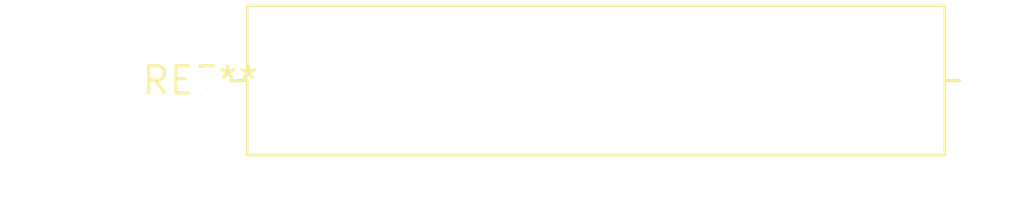
<source format=kicad_pcb>
(kicad_pcb (version 20240108) (generator pcbnew)
  (layers (0 "F.Cu" signal) (31 "B.Cu" signal) (34 "B.Paste" user) (35 "F.Paste" user) (36 "B.SilkS" user "B.Silkscreen") (37 "F.SilkS" user "F.Silkscreen") (38 "B.Mask" user) (39 "F.Mask" user) (44 "Edge.Cuts" user))
  (net 0 "")
  (footprint "Fuse_SunFuse-6HP" (layer "F.Cu") (at 0 0)
    (property "Reference" "REF**")
    (property "Value" "Fuse_SunFuse-6HP")
    (fp_line (start 1.4 0) (end 2.18 0) (layer "F.SilkS") (stroke (width 0.15)))
    (fp_line (start 2.18 -3.5) (end 2.18 3.5) (layer "F.SilkS") (stroke (width 0.12)))
    (fp_line (start 2.18 -3.5) (end 34.82 -3.5) (layer "F.SilkS") (stroke (width 0.12)))
    (fp_line (start 2.18 3.5) (end 34.82 3.5) (layer "F.SilkS") (stroke (width 0.12)))
    (fp_line (start 34.82 0) (end 35.5 0) (layer "F.SilkS") (stroke (width 0.15)))
    (fp_line (start 34.82 3.5) (end 34.82 -3.5) (layer "F.SilkS") (stroke (width 0.12)))
    (pad "1" thru_hole circle (at 0 0) (size 2.4 2.4) (drill 1.2) (layers *.Cu *.Mask) (remove_unused_layers))
    (pad "2" thru_hole circle (at 37 0) (size 2.4 2.4) (drill 1.2) (layers *.Cu *.Mask) (remove_unused_layers))
  )
)
</source>
